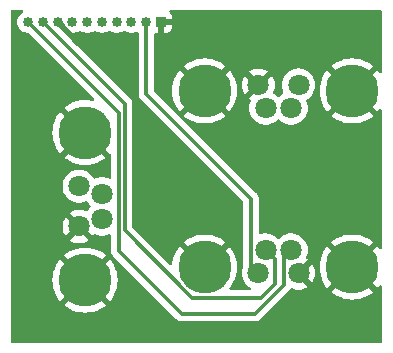
<source format=gbr>
%TF.GenerationSoftware,KiCad,Pcbnew,7.0.8*%
%TF.CreationDate,2023-11-09T12:15:27+01:00*%
%TF.ProjectId,travel_pressure_pcb,74726176-656c-45f7-9072-657373757265,rev?*%
%TF.SameCoordinates,Original*%
%TF.FileFunction,Copper,L1,Top*%
%TF.FilePolarity,Positive*%
%FSLAX46Y46*%
G04 Gerber Fmt 4.6, Leading zero omitted, Abs format (unit mm)*
G04 Created by KiCad (PCBNEW 7.0.8) date 2023-11-09 12:15:27*
%MOMM*%
%LPD*%
G01*
G04 APERTURE LIST*
%TA.AperFunction,ComponentPad*%
%ADD10C,1.800000*%
%TD*%
%TA.AperFunction,ComponentPad*%
%ADD11C,4.500000*%
%TD*%
%TA.AperFunction,ComponentPad*%
%ADD12R,0.850000X0.850000*%
%TD*%
%TA.AperFunction,ComponentPad*%
%ADD13C,0.850000*%
%TD*%
%TA.AperFunction,ViaPad*%
%ADD14C,0.800000*%
%TD*%
%TA.AperFunction,Conductor*%
%ADD15C,0.500000*%
%TD*%
%TA.AperFunction,Conductor*%
%ADD16C,0.300000*%
%TD*%
G04 APERTURE END LIST*
D10*
%TO.P,J2,1,1*%
%TO.N,GND*%
X106254000Y-91040000D03*
%TO.P,J2,2,2*%
%TO.N,TRAVEL_FRONT_SENSOR*%
X108204000Y-90415000D03*
%TO.P,J2,3,3*%
%TO.N,+3.3VA*%
X106254000Y-87640000D03*
%TO.P,J2,4,4*%
%TO.N,TRAVEL_REAR_SENSOR*%
X108204000Y-88265000D03*
D11*
%TO.P,J2,MH1,MH1*%
%TO.N,GND*%
X106754000Y-95590000D03*
%TO.P,J2,MH2,MH2*%
X106754000Y-83090000D03*
%TD*%
D10*
%TO.P,J1,1,1*%
%TO.N,GND*%
X124831000Y-94979000D03*
%TO.P,J1,2,2*%
%TO.N,PRESSURE_FRONT_SENSOR*%
X124206000Y-93029000D03*
%TO.P,J1,3,3*%
%TO.N,+5VA*%
X121431000Y-94979000D03*
%TO.P,J1,4,4*%
%TO.N,PRESSURE_REAR_SENSOR*%
X122056000Y-93029000D03*
D11*
%TO.P,J1,MH1,MH1*%
%TO.N,GND*%
X129381000Y-94479000D03*
%TO.P,J1,MH2,MH2*%
X116881000Y-94479000D03*
%TD*%
D10*
%TO.P,J3,1,1*%
%TO.N,GND*%
X121431000Y-79067000D03*
%TO.P,J3,2,2*%
%TO.N,BRAKE_SENSOR_LEFT*%
X122056000Y-81017000D03*
%TO.P,J3,3,3*%
%TO.N,+3.3VA*%
X124831000Y-79067000D03*
%TO.P,J3,4,4*%
%TO.N,BRAKE_SENSOR_RIGHT*%
X124206000Y-81017000D03*
D11*
%TO.P,J3,MH1,MH1*%
%TO.N,GND*%
X116881000Y-79567000D03*
%TO.P,J3,MH2,MH2*%
X129381000Y-79567000D03*
%TD*%
D12*
%TO.P,J4,1,1*%
%TO.N,GND*%
X113186750Y-73729000D03*
D13*
%TO.P,J4,2,2*%
%TO.N,+5VA*%
X111936750Y-73729000D03*
%TO.P,J4,3,3*%
%TO.N,BRAKE_SENSOR_RIGHT*%
X110686750Y-73729000D03*
%TO.P,J4,4,4*%
%TO.N,BRAKE_SENSOR_LEFT*%
X109436750Y-73729000D03*
%TO.P,J4,5,5*%
%TO.N,TRAVEL_FRONT_SENSOR*%
X108186750Y-73729000D03*
%TO.P,J4,6,6*%
%TO.N,TRAVEL_REAR_SENSOR*%
X106936750Y-73729000D03*
%TO.P,J4,7,7*%
%TO.N,+3.3VA*%
X105686750Y-73729000D03*
%TO.P,J4,8,8*%
%TO.N,GND*%
X104436750Y-73729000D03*
%TO.P,J4,9,9*%
%TO.N,PRESSURE_REAR_SENSOR*%
X103186750Y-73729000D03*
%TO.P,J4,10,10*%
%TO.N,PRESSURE_FRONT_SENSOR*%
X101936750Y-73729000D03*
%TD*%
D14*
%TO.N,GND*%
X110490000Y-75565000D03*
X121920000Y-87122000D03*
X113411000Y-75565000D03*
X116840000Y-87122000D03*
%TD*%
D15*
%TO.N,GND*%
X106272750Y-75565000D02*
X110490000Y-75565000D01*
X104436750Y-73729000D02*
X106272750Y-75565000D01*
D16*
%TO.N,PRESSURE_REAR_SENSOR*%
X110101000Y-80643250D02*
X103186750Y-73729000D01*
X115804044Y-97079000D02*
X110101000Y-91375956D01*
X122809000Y-93782000D02*
X122809000Y-95885000D01*
X121615000Y-97079000D02*
X115804044Y-97079000D01*
X110101000Y-91375956D02*
X110101000Y-80643250D01*
X122809000Y-95885000D02*
X121615000Y-97079000D01*
X122056000Y-93029000D02*
X122809000Y-93782000D01*
%TO.N,+5VA*%
X120806000Y-94354000D02*
X121431000Y-94979000D01*
X111936750Y-73729000D02*
X111936750Y-79805750D01*
X120806000Y-88675000D02*
X120806000Y-94354000D01*
X111936750Y-79805750D02*
X120806000Y-88675000D01*
%TO.N,PRESSURE_FRONT_SENSOR*%
X124206000Y-93029000D02*
X123581000Y-93654000D01*
X109601000Y-81393250D02*
X101936750Y-73729000D01*
X114935000Y-98425000D02*
X109601000Y-93091000D01*
X123581000Y-93654000D02*
X123581000Y-96002000D01*
X109601000Y-93091000D02*
X109601000Y-81393250D01*
X123581000Y-96002000D02*
X121158000Y-98425000D01*
X121158000Y-98425000D02*
X114935000Y-98425000D01*
%TD*%
%TA.AperFunction,Conductor*%
%TO.N,GND*%
G36*
X101475781Y-72711785D02*
G01*
X101521536Y-72764589D01*
X101531480Y-72833747D01*
X101502455Y-72897303D01*
X101476392Y-72918821D01*
X101476709Y-72919258D01*
X101314055Y-73037433D01*
X101314052Y-73037435D01*
X101183879Y-73182009D01*
X101086607Y-73350488D01*
X101086606Y-73350489D01*
X101026488Y-73535516D01*
X101006152Y-73729000D01*
X101026488Y-73922483D01*
X101086606Y-74107510D01*
X101086607Y-74107511D01*
X101141061Y-74201827D01*
X101183880Y-74275992D01*
X101229226Y-74326354D01*
X101314052Y-74420564D01*
X101314055Y-74420566D01*
X101314058Y-74420569D01*
X101384635Y-74471846D01*
X101471452Y-74534923D01*
X101525967Y-74559194D01*
X101649179Y-74614051D01*
X101839476Y-74654500D01*
X101890942Y-74654500D01*
X101957981Y-74674185D01*
X101978623Y-74690819D01*
X107486415Y-80198611D01*
X107519900Y-80259934D01*
X107514916Y-80329626D01*
X107473044Y-80385559D01*
X107407580Y-80409976D01*
X107376382Y-80408261D01*
X107086076Y-80355060D01*
X106754000Y-80334974D01*
X106421923Y-80355060D01*
X106094670Y-80415032D01*
X105777071Y-80513999D01*
X105777056Y-80514005D01*
X105473680Y-80650543D01*
X105473678Y-80650545D01*
X105188968Y-80822657D01*
X105188960Y-80822662D01*
X104993416Y-80975861D01*
X104993416Y-80975862D01*
X105884117Y-81866563D01*
X105829523Y-81902232D01*
X105646632Y-82070596D01*
X105530389Y-82219943D01*
X104639862Y-81329416D01*
X104639861Y-81329416D01*
X104486662Y-81524960D01*
X104486657Y-81524968D01*
X104314545Y-81809678D01*
X104314543Y-81809680D01*
X104178005Y-82113056D01*
X104177999Y-82113071D01*
X104079032Y-82430670D01*
X104019060Y-82757923D01*
X103998974Y-83090000D01*
X104019060Y-83422076D01*
X104079032Y-83749329D01*
X104177999Y-84066928D01*
X104178005Y-84066943D01*
X104314543Y-84370319D01*
X104314545Y-84370321D01*
X104486656Y-84655030D01*
X104639862Y-84850582D01*
X105530389Y-83960055D01*
X105646632Y-84109404D01*
X105829523Y-84277768D01*
X105884116Y-84313435D01*
X104993416Y-85204136D01*
X104993416Y-85204137D01*
X105188969Y-85357343D01*
X105473678Y-85529454D01*
X105473680Y-85529456D01*
X105777056Y-85665994D01*
X105777071Y-85666000D01*
X106094670Y-85764967D01*
X106421923Y-85824939D01*
X106754000Y-85845025D01*
X107086076Y-85824939D01*
X107413329Y-85764967D01*
X107730928Y-85666000D01*
X107730943Y-85665994D01*
X108034319Y-85529456D01*
X108034321Y-85529454D01*
X108319031Y-85357342D01*
X108319039Y-85357336D01*
X108514582Y-85204137D01*
X108514582Y-85204136D01*
X107623882Y-84313435D01*
X107678477Y-84277768D01*
X107861368Y-84109404D01*
X107977610Y-83960056D01*
X108886579Y-84869025D01*
X108887105Y-84869146D01*
X108905549Y-84887995D01*
X108907599Y-84890045D01*
X108907576Y-84890067D01*
X108935971Y-84919085D01*
X108950500Y-84977327D01*
X108950500Y-86868456D01*
X108930815Y-86935495D01*
X108878011Y-86981250D01*
X108808853Y-86991194D01*
X108773481Y-86979498D01*
X108773206Y-86980127D01*
X108768498Y-86978062D01*
X108548984Y-86902702D01*
X108377282Y-86874050D01*
X108320049Y-86864500D01*
X108087951Y-86864500D01*
X108064244Y-86868456D01*
X107859015Y-86902702D01*
X107639501Y-86978062D01*
X107639482Y-86978070D01*
X107632714Y-86981733D01*
X107564385Y-86996323D01*
X107499014Y-86971655D01*
X107469896Y-86940496D01*
X107420245Y-86864500D01*
X107362979Y-86776847D01*
X107205784Y-86606087D01*
X107205779Y-86606083D01*
X107205777Y-86606081D01*
X107022634Y-86463535D01*
X107022628Y-86463531D01*
X106818504Y-86353064D01*
X106818495Y-86353061D01*
X106598984Y-86277702D01*
X106427282Y-86249050D01*
X106370049Y-86239500D01*
X106137951Y-86239500D01*
X106092164Y-86247140D01*
X105909015Y-86277702D01*
X105689504Y-86353061D01*
X105689495Y-86353064D01*
X105485371Y-86463531D01*
X105485365Y-86463535D01*
X105302222Y-86606081D01*
X105302219Y-86606084D01*
X105145016Y-86776852D01*
X105018075Y-86971151D01*
X104924842Y-87183699D01*
X104867866Y-87408691D01*
X104867864Y-87408702D01*
X104848700Y-87639993D01*
X104848700Y-87640006D01*
X104867864Y-87871297D01*
X104867866Y-87871308D01*
X104924842Y-88096300D01*
X105018075Y-88308848D01*
X105145016Y-88503147D01*
X105145019Y-88503151D01*
X105145021Y-88503153D01*
X105302216Y-88673913D01*
X105302219Y-88673915D01*
X105302222Y-88673918D01*
X105485365Y-88816464D01*
X105485371Y-88816468D01*
X105485374Y-88816470D01*
X105689497Y-88926936D01*
X105798926Y-88964503D01*
X105909015Y-89002297D01*
X105909017Y-89002297D01*
X105909019Y-89002298D01*
X106137951Y-89040500D01*
X106137952Y-89040500D01*
X106370048Y-89040500D01*
X106370049Y-89040500D01*
X106598981Y-89002298D01*
X106818503Y-88926936D01*
X106825276Y-88923270D01*
X106893601Y-88908674D01*
X106958974Y-88933335D01*
X106988103Y-88964503D01*
X107095018Y-89128150D01*
X107212728Y-89256018D01*
X107243650Y-89318672D01*
X107235790Y-89388098D01*
X107212728Y-89423982D01*
X107095017Y-89551850D01*
X106987828Y-89715916D01*
X106934682Y-89761272D01*
X106865451Y-89770696D01*
X106825007Y-89757151D01*
X106818311Y-89753527D01*
X106818293Y-89753520D01*
X106598860Y-89678188D01*
X106370007Y-89640000D01*
X106137993Y-89640000D01*
X105909139Y-89678188D01*
X105689706Y-89753520D01*
X105689698Y-89753523D01*
X105485644Y-89863952D01*
X105455200Y-89887646D01*
X105455200Y-89887647D01*
X106006466Y-90438913D01*
X105938371Y-90465874D01*
X105805508Y-90562405D01*
X105700825Y-90688945D01*
X105652368Y-90791921D01*
X105102812Y-90242365D01*
X105018516Y-90371391D01*
X105018514Y-90371395D01*
X104925317Y-90583864D01*
X104868361Y-90808781D01*
X104849202Y-91039994D01*
X104849202Y-91040005D01*
X104868361Y-91271218D01*
X104925317Y-91496135D01*
X105018516Y-91708609D01*
X105102811Y-91837633D01*
X105651452Y-91288993D01*
X105661188Y-91318956D01*
X105749186Y-91457619D01*
X105868903Y-91570040D01*
X106003510Y-91644041D01*
X105455199Y-92192351D01*
X105485650Y-92216050D01*
X105689697Y-92326476D01*
X105689706Y-92326479D01*
X105909139Y-92401811D01*
X106137993Y-92440000D01*
X106370007Y-92440000D01*
X106598860Y-92401811D01*
X106818293Y-92326479D01*
X106818302Y-92326476D01*
X107022350Y-92216050D01*
X107052798Y-92192351D01*
X106501533Y-91641086D01*
X106569629Y-91614126D01*
X106702492Y-91517595D01*
X106807175Y-91391055D01*
X106855631Y-91288079D01*
X107405186Y-91837634D01*
X107469455Y-91739264D01*
X107522602Y-91693908D01*
X107591833Y-91684484D01*
X107632283Y-91698032D01*
X107638042Y-91701149D01*
X107639497Y-91701936D01*
X107748230Y-91739264D01*
X107859015Y-91777297D01*
X107859017Y-91777297D01*
X107859019Y-91777298D01*
X108087951Y-91815500D01*
X108087952Y-91815500D01*
X108320048Y-91815500D01*
X108320049Y-91815500D01*
X108548981Y-91777298D01*
X108768503Y-91701936D01*
X108768517Y-91701928D01*
X108773201Y-91699875D01*
X108773759Y-91701149D01*
X108835802Y-91687892D01*
X108901176Y-91712551D01*
X108942841Y-91768638D01*
X108950500Y-91811543D01*
X108950500Y-93005494D01*
X108948732Y-93021505D01*
X108948974Y-93021528D01*
X108948240Y-93029294D01*
X108950500Y-93101203D01*
X108950500Y-93131920D01*
X108950501Y-93131940D01*
X108951418Y-93139206D01*
X108951876Y-93145024D01*
X108953402Y-93193567D01*
X108953403Y-93193570D01*
X108959323Y-93213948D01*
X108963268Y-93232996D01*
X108965928Y-93254054D01*
X108965931Y-93254064D01*
X108983813Y-93299230D01*
X108985705Y-93304758D01*
X108999254Y-93351395D01*
X108999255Y-93351397D01*
X109010060Y-93369666D01*
X109018617Y-93387134D01*
X109024226Y-93401300D01*
X109026432Y-93406872D01*
X109054983Y-93446170D01*
X109058188Y-93451049D01*
X109082919Y-93492865D01*
X109082923Y-93492869D01*
X109097925Y-93507871D01*
X109110563Y-93522669D01*
X109123033Y-93539833D01*
X109123036Y-93539836D01*
X109123037Y-93539837D01*
X109160476Y-93570809D01*
X109164776Y-93574722D01*
X111803409Y-96213355D01*
X114414564Y-98824510D01*
X114424635Y-98837080D01*
X114424822Y-98836926D01*
X114429796Y-98842937D01*
X114429798Y-98842940D01*
X114449254Y-98861210D01*
X114482243Y-98892190D01*
X114503967Y-98913913D01*
X114509757Y-98918405D01*
X114514197Y-98922197D01*
X114543498Y-98949711D01*
X114549607Y-98955448D01*
X114549609Y-98955449D01*
X114568205Y-98965672D01*
X114584470Y-98976357D01*
X114601232Y-98989360D01*
X114601235Y-98989361D01*
X114601236Y-98989362D01*
X114645823Y-99008656D01*
X114651059Y-99011221D01*
X114693632Y-99034627D01*
X114709340Y-99038659D01*
X114714186Y-99039904D01*
X114732598Y-99046207D01*
X114752073Y-99054635D01*
X114800071Y-99062237D01*
X114805740Y-99063411D01*
X114852823Y-99075500D01*
X114874051Y-99075500D01*
X114893448Y-99077026D01*
X114914403Y-99080345D01*
X114914404Y-99080346D01*
X114914404Y-99080345D01*
X114914405Y-99080346D01*
X114962761Y-99075775D01*
X114968599Y-99075500D01*
X121072495Y-99075500D01*
X121088505Y-99077267D01*
X121088528Y-99077026D01*
X121096289Y-99077758D01*
X121096296Y-99077760D01*
X121168203Y-99075500D01*
X121198925Y-99075500D01*
X121206190Y-99074581D01*
X121212016Y-99074122D01*
X121260569Y-99072597D01*
X121280956Y-99066673D01*
X121299996Y-99062731D01*
X121321058Y-99060071D01*
X121366235Y-99042183D01*
X121371735Y-99040300D01*
X121418398Y-99026744D01*
X121436665Y-99015939D01*
X121454136Y-99007380D01*
X121473871Y-98999568D01*
X121513177Y-98971010D01*
X121518043Y-98967813D01*
X121559865Y-98943081D01*
X121574870Y-98928075D01*
X121589668Y-98915436D01*
X121606837Y-98902963D01*
X121637809Y-98865522D01*
X121641723Y-98861221D01*
X123980513Y-96522431D01*
X123993079Y-96512365D01*
X123992925Y-96512178D01*
X123998937Y-96507204D01*
X123998937Y-96507203D01*
X123998940Y-96507202D01*
X124048190Y-96454755D01*
X124069911Y-96433035D01*
X124074401Y-96427245D01*
X124078183Y-96422815D01*
X124111448Y-96387393D01*
X124121674Y-96368790D01*
X124132353Y-96352533D01*
X124145362Y-96335764D01*
X124145365Y-96335755D01*
X124148954Y-96329689D01*
X124200019Y-96282001D01*
X124268759Y-96269492D01*
X124295954Y-96275520D01*
X124486139Y-96340811D01*
X124714993Y-96379000D01*
X124947007Y-96379000D01*
X125175860Y-96340811D01*
X125395293Y-96265479D01*
X125395302Y-96265476D01*
X125599350Y-96155050D01*
X125629798Y-96131351D01*
X125078533Y-95580086D01*
X125146629Y-95553126D01*
X125279492Y-95456595D01*
X125384175Y-95330055D01*
X125432631Y-95227079D01*
X125982186Y-95776634D01*
X126066484Y-95647606D01*
X126159682Y-95435135D01*
X126216638Y-95210218D01*
X126235798Y-94979005D01*
X126235798Y-94978994D01*
X126216638Y-94747781D01*
X126159682Y-94522864D01*
X126066483Y-94310390D01*
X125982186Y-94181364D01*
X125433546Y-94730004D01*
X125423812Y-94700044D01*
X125335814Y-94561381D01*
X125216097Y-94448960D01*
X125081488Y-94374957D01*
X125629799Y-93826647D01*
X125599347Y-93802947D01*
X125535258Y-93768263D01*
X125485668Y-93719043D01*
X125470561Y-93650827D01*
X125480722Y-93609398D01*
X125497654Y-93570799D01*
X125522229Y-93514773D01*
X125535156Y-93485303D01*
X125543830Y-93451053D01*
X125592134Y-93260305D01*
X125595199Y-93223317D01*
X125611300Y-93029006D01*
X125611300Y-93028993D01*
X125592135Y-92797702D01*
X125592133Y-92797691D01*
X125535157Y-92572699D01*
X125441924Y-92360151D01*
X125314983Y-92165852D01*
X125314980Y-92165849D01*
X125314979Y-92165847D01*
X125157784Y-91995087D01*
X125157779Y-91995083D01*
X125157777Y-91995081D01*
X124974634Y-91852535D01*
X124974628Y-91852531D01*
X124770504Y-91742064D01*
X124770495Y-91742061D01*
X124550984Y-91666702D01*
X124379282Y-91638050D01*
X124322049Y-91628500D01*
X124089951Y-91628500D01*
X124044164Y-91636140D01*
X123861015Y-91666702D01*
X123641504Y-91742061D01*
X123641495Y-91742064D01*
X123437371Y-91852531D01*
X123372523Y-91903005D01*
X123254216Y-91995087D01*
X123254213Y-91995089D01*
X123254212Y-91995091D01*
X123222229Y-92029834D01*
X123162341Y-92065824D01*
X123092503Y-92063723D01*
X123039771Y-92029834D01*
X123036721Y-92026521D01*
X123007784Y-91995087D01*
X122878524Y-91894480D01*
X122824628Y-91852531D01*
X122620504Y-91742064D01*
X122620495Y-91742061D01*
X122400984Y-91666702D01*
X122229282Y-91638050D01*
X122172049Y-91628500D01*
X121939951Y-91628500D01*
X121907246Y-91633957D01*
X121711013Y-91666702D01*
X121620762Y-91697686D01*
X121550964Y-91700836D01*
X121490543Y-91665749D01*
X121458682Y-91603567D01*
X121456500Y-91580405D01*
X121456500Y-88760503D01*
X121458268Y-88744491D01*
X121458026Y-88744469D01*
X121458760Y-88736706D01*
X121456500Y-88664782D01*
X121456500Y-88634078D01*
X121456500Y-88634075D01*
X121455579Y-88626792D01*
X121455123Y-88620987D01*
X121453598Y-88572431D01*
X121447676Y-88552050D01*
X121443731Y-88532995D01*
X121441072Y-88511949D01*
X121441071Y-88511948D01*
X121441071Y-88511942D01*
X121423189Y-88466779D01*
X121421300Y-88461259D01*
X121419044Y-88453494D01*
X121407745Y-88414602D01*
X121407142Y-88413583D01*
X121396936Y-88396324D01*
X121388378Y-88378855D01*
X121380568Y-88359129D01*
X121352006Y-88319818D01*
X121348818Y-88314964D01*
X121324081Y-88273135D01*
X121309075Y-88258129D01*
X121296435Y-88243330D01*
X121283961Y-88226160D01*
X121246528Y-88195194D01*
X121242206Y-88191260D01*
X112623569Y-79572623D01*
X112620499Y-79567000D01*
X114125974Y-79567000D01*
X114146060Y-79899076D01*
X114206032Y-80226329D01*
X114304999Y-80543928D01*
X114305005Y-80543943D01*
X114441543Y-80847319D01*
X114441545Y-80847321D01*
X114613656Y-81132030D01*
X114766862Y-81327582D01*
X115657389Y-80437055D01*
X115773632Y-80586404D01*
X115956523Y-80754768D01*
X116011116Y-80790435D01*
X115120416Y-81681136D01*
X115120416Y-81681137D01*
X115315969Y-81834343D01*
X115600678Y-82006454D01*
X115600680Y-82006456D01*
X115904056Y-82142994D01*
X115904071Y-82143000D01*
X116221670Y-82241967D01*
X116548923Y-82301939D01*
X116881000Y-82322025D01*
X117213076Y-82301939D01*
X117540329Y-82241967D01*
X117857928Y-82143000D01*
X117857943Y-82142994D01*
X118161319Y-82006456D01*
X118161321Y-82006454D01*
X118446031Y-81834342D01*
X118446039Y-81834336D01*
X118641582Y-81681137D01*
X118641582Y-81681136D01*
X117750882Y-80790435D01*
X117805477Y-80754768D01*
X117988368Y-80586404D01*
X118104610Y-80437056D01*
X118995136Y-81327582D01*
X118995137Y-81327582D01*
X119148336Y-81132039D01*
X119148342Y-81132031D01*
X119320454Y-80847321D01*
X119320456Y-80847319D01*
X119456994Y-80543943D01*
X119457000Y-80543928D01*
X119555967Y-80226329D01*
X119615939Y-79899076D01*
X119636025Y-79567000D01*
X119615939Y-79234923D01*
X119585167Y-79067005D01*
X120026202Y-79067005D01*
X120045361Y-79298218D01*
X120102317Y-79523135D01*
X120195516Y-79735609D01*
X120279811Y-79864633D01*
X120828452Y-79315993D01*
X120838188Y-79345956D01*
X120926186Y-79484619D01*
X121045903Y-79597040D01*
X121180510Y-79671041D01*
X120632199Y-80219351D01*
X120662652Y-80243052D01*
X120662656Y-80243055D01*
X120726740Y-80277736D01*
X120776330Y-80326955D01*
X120791438Y-80395172D01*
X120781278Y-80436600D01*
X120726842Y-80560699D01*
X120669866Y-80785691D01*
X120669864Y-80785702D01*
X120650700Y-81016993D01*
X120650700Y-81017006D01*
X120669864Y-81248297D01*
X120669866Y-81248308D01*
X120726842Y-81473300D01*
X120820075Y-81685848D01*
X120947016Y-81880147D01*
X120947019Y-81880151D01*
X120947021Y-81880153D01*
X121104216Y-82050913D01*
X121104219Y-82050915D01*
X121104222Y-82050918D01*
X121287365Y-82193464D01*
X121287371Y-82193468D01*
X121287374Y-82193470D01*
X121491497Y-82303936D01*
X121605487Y-82343068D01*
X121711015Y-82379297D01*
X121711017Y-82379297D01*
X121711019Y-82379298D01*
X121939951Y-82417500D01*
X121939952Y-82417500D01*
X122172048Y-82417500D01*
X122172049Y-82417500D01*
X122400981Y-82379298D01*
X122620503Y-82303936D01*
X122824626Y-82193470D01*
X123007784Y-82050913D01*
X123039771Y-82016165D01*
X123099657Y-81980176D01*
X123169495Y-81982276D01*
X123222228Y-82016164D01*
X123254216Y-82050913D01*
X123254219Y-82050915D01*
X123254222Y-82050918D01*
X123437365Y-82193464D01*
X123437371Y-82193468D01*
X123437374Y-82193470D01*
X123641497Y-82303936D01*
X123755487Y-82343068D01*
X123861015Y-82379297D01*
X123861017Y-82379297D01*
X123861019Y-82379298D01*
X124089951Y-82417500D01*
X124089952Y-82417500D01*
X124322048Y-82417500D01*
X124322049Y-82417500D01*
X124550981Y-82379298D01*
X124770503Y-82303936D01*
X124974626Y-82193470D01*
X125157784Y-82050913D01*
X125314979Y-81880153D01*
X125441924Y-81685849D01*
X125535157Y-81473300D01*
X125592134Y-81248305D01*
X125596596Y-81194459D01*
X125611300Y-81017006D01*
X125611300Y-81016993D01*
X125592135Y-80785702D01*
X125592133Y-80785691D01*
X125574247Y-80715063D01*
X125535157Y-80560700D01*
X125480921Y-80437056D01*
X125472019Y-80367759D01*
X125501996Y-80304646D01*
X125535455Y-80278197D01*
X125599626Y-80243470D01*
X125602303Y-80241387D01*
X125704831Y-80161586D01*
X125782784Y-80100913D01*
X125939979Y-79930153D01*
X126066924Y-79735849D01*
X126160157Y-79523300D01*
X126217134Y-79298305D01*
X126217135Y-79298297D01*
X126236300Y-79067006D01*
X126236300Y-79066993D01*
X126217135Y-78835702D01*
X126217133Y-78835691D01*
X126160157Y-78610699D01*
X126066924Y-78398151D01*
X125939983Y-78203852D01*
X125939980Y-78203849D01*
X125939979Y-78203847D01*
X125782784Y-78033087D01*
X125782779Y-78033083D01*
X125782777Y-78033081D01*
X125599634Y-77890535D01*
X125599628Y-77890531D01*
X125395504Y-77780064D01*
X125395495Y-77780061D01*
X125175984Y-77704702D01*
X125004282Y-77676050D01*
X124947049Y-77666500D01*
X124714951Y-77666500D01*
X124669164Y-77674140D01*
X124486015Y-77704702D01*
X124266504Y-77780061D01*
X124266495Y-77780064D01*
X124062371Y-77890531D01*
X124062365Y-77890535D01*
X123879222Y-78033081D01*
X123879219Y-78033084D01*
X123722016Y-78203852D01*
X123595075Y-78398151D01*
X123501842Y-78610699D01*
X123444866Y-78835691D01*
X123444864Y-78835702D01*
X123425700Y-79066993D01*
X123425700Y-79067006D01*
X123444864Y-79298297D01*
X123444866Y-79298308D01*
X123501842Y-79523300D01*
X123556076Y-79646940D01*
X123564979Y-79716240D01*
X123535002Y-79779352D01*
X123501539Y-79805804D01*
X123437376Y-79840528D01*
X123437371Y-79840531D01*
X123322226Y-79930153D01*
X123254216Y-79983087D01*
X123254213Y-79983089D01*
X123254212Y-79983091D01*
X123222229Y-80017834D01*
X123162341Y-80053824D01*
X123092503Y-80051723D01*
X123039771Y-80017834D01*
X123036223Y-80013980D01*
X123007784Y-79983087D01*
X122841876Y-79853956D01*
X122824628Y-79840531D01*
X122824619Y-79840525D01*
X122760019Y-79805565D01*
X122710428Y-79756346D01*
X122695321Y-79688129D01*
X122705481Y-79646700D01*
X122759683Y-79523132D01*
X122816638Y-79298218D01*
X122835798Y-79067005D01*
X122835798Y-79066994D01*
X122816638Y-78835781D01*
X122759682Y-78610864D01*
X122666483Y-78398390D01*
X122582186Y-78269364D01*
X122033546Y-78818004D01*
X122023812Y-78788044D01*
X121935814Y-78649381D01*
X121816097Y-78536960D01*
X121681489Y-78462958D01*
X122229799Y-77914648D01*
X122229799Y-77914647D01*
X122199349Y-77890949D01*
X121995302Y-77780523D01*
X121995293Y-77780520D01*
X121775860Y-77705188D01*
X121547007Y-77667000D01*
X121314993Y-77667000D01*
X121086139Y-77705188D01*
X120866706Y-77780520D01*
X120866698Y-77780523D01*
X120662644Y-77890952D01*
X120632200Y-77914646D01*
X120632200Y-77914647D01*
X121183466Y-78465913D01*
X121115371Y-78492874D01*
X120982508Y-78589405D01*
X120877825Y-78715945D01*
X120829368Y-78818921D01*
X120279812Y-78269365D01*
X120195516Y-78398391D01*
X120195514Y-78398395D01*
X120102317Y-78610864D01*
X120045361Y-78835781D01*
X120026202Y-79066994D01*
X120026202Y-79067005D01*
X119585167Y-79067005D01*
X119555967Y-78907670D01*
X119457000Y-78590071D01*
X119456994Y-78590056D01*
X119320456Y-78286680D01*
X119320454Y-78286678D01*
X119148343Y-78001969D01*
X118995136Y-77806416D01*
X118104609Y-78696942D01*
X117988368Y-78547596D01*
X117805477Y-78379232D01*
X117750882Y-78343563D01*
X118641582Y-77452862D01*
X118641582Y-77452861D01*
X118446030Y-77299656D01*
X118161321Y-77127545D01*
X118161319Y-77127543D01*
X117857943Y-76991005D01*
X117857928Y-76990999D01*
X117540329Y-76892032D01*
X117213076Y-76832060D01*
X116881000Y-76811974D01*
X116548923Y-76832060D01*
X116221670Y-76892032D01*
X115904071Y-76990999D01*
X115904056Y-76991005D01*
X115600680Y-77127543D01*
X115600678Y-77127545D01*
X115315968Y-77299657D01*
X115315960Y-77299662D01*
X115120416Y-77452861D01*
X115120416Y-77452862D01*
X116011117Y-78343563D01*
X115956523Y-78379232D01*
X115773632Y-78547596D01*
X115657389Y-78696943D01*
X114766862Y-77806416D01*
X114766861Y-77806416D01*
X114613662Y-78001960D01*
X114613657Y-78001968D01*
X114441545Y-78286678D01*
X114441543Y-78286680D01*
X114305005Y-78590056D01*
X114304999Y-78590071D01*
X114206032Y-78907670D01*
X114146060Y-79234923D01*
X114125974Y-79567000D01*
X112620499Y-79567000D01*
X112590084Y-79511300D01*
X112587250Y-79484942D01*
X112587250Y-74778000D01*
X112606935Y-74710961D01*
X112659739Y-74665206D01*
X112711250Y-74654000D01*
X112936750Y-74654000D01*
X112936750Y-73753623D01*
X112951255Y-73826545D01*
X113006510Y-73909240D01*
X113089205Y-73964495D01*
X113162126Y-73979000D01*
X113211374Y-73979000D01*
X113436750Y-73979000D01*
X113436750Y-74654000D01*
X113659578Y-74654000D01*
X113659594Y-74653999D01*
X113719122Y-74647598D01*
X113719129Y-74647596D01*
X113853836Y-74597354D01*
X113853843Y-74597350D01*
X113968937Y-74511190D01*
X113968940Y-74511187D01*
X114055100Y-74396093D01*
X114055104Y-74396086D01*
X114105346Y-74261379D01*
X114105348Y-74261372D01*
X114111749Y-74201844D01*
X114111750Y-74201827D01*
X114111750Y-73979000D01*
X113436750Y-73979000D01*
X113211374Y-73979000D01*
X113284295Y-73964495D01*
X113366990Y-73909240D01*
X113422245Y-73826545D01*
X113441648Y-73729000D01*
X113422245Y-73631455D01*
X113366990Y-73548760D01*
X113284295Y-73493505D01*
X113211374Y-73479000D01*
X114111750Y-73479000D01*
X114111750Y-73256172D01*
X114111749Y-73256155D01*
X114105348Y-73196627D01*
X114105346Y-73196620D01*
X114055104Y-73061913D01*
X114055100Y-73061906D01*
X113968940Y-72946812D01*
X113926934Y-72915366D01*
X113885064Y-72859432D01*
X113880080Y-72789740D01*
X113913566Y-72728418D01*
X113974889Y-72694933D01*
X114001246Y-72692100D01*
X131755500Y-72692100D01*
X131822539Y-72711785D01*
X131868294Y-72764589D01*
X131879500Y-72816100D01*
X131879500Y-77939538D01*
X131859815Y-78006577D01*
X131807011Y-78052332D01*
X131737853Y-78062276D01*
X131674297Y-78033251D01*
X131650512Y-78005030D01*
X131650475Y-78005057D01*
X131650203Y-78004663D01*
X131649388Y-78003696D01*
X131648347Y-78001975D01*
X131648343Y-78001969D01*
X131495136Y-77806416D01*
X130604609Y-78696942D01*
X130488368Y-78547596D01*
X130305477Y-78379232D01*
X130250882Y-78343563D01*
X131141582Y-77452862D01*
X131141582Y-77452861D01*
X130946030Y-77299656D01*
X130661321Y-77127545D01*
X130661319Y-77127543D01*
X130357943Y-76991005D01*
X130357928Y-76990999D01*
X130040329Y-76892032D01*
X129713076Y-76832060D01*
X129381000Y-76811974D01*
X129048923Y-76832060D01*
X128721670Y-76892032D01*
X128404071Y-76990999D01*
X128404056Y-76991005D01*
X128100680Y-77127543D01*
X128100678Y-77127545D01*
X127815968Y-77299657D01*
X127815960Y-77299662D01*
X127620416Y-77452861D01*
X127620416Y-77452862D01*
X128511117Y-78343563D01*
X128456523Y-78379232D01*
X128273632Y-78547596D01*
X128157389Y-78696943D01*
X127266862Y-77806416D01*
X127266861Y-77806416D01*
X127113662Y-78001960D01*
X127113657Y-78001968D01*
X126941545Y-78286678D01*
X126941543Y-78286680D01*
X126805005Y-78590056D01*
X126804999Y-78590071D01*
X126706032Y-78907670D01*
X126646060Y-79234923D01*
X126625974Y-79567000D01*
X126646060Y-79899076D01*
X126706032Y-80226329D01*
X126804999Y-80543928D01*
X126805005Y-80543943D01*
X126941543Y-80847319D01*
X126941545Y-80847321D01*
X127113656Y-81132030D01*
X127266862Y-81327582D01*
X128157389Y-80437055D01*
X128273632Y-80586404D01*
X128456523Y-80754768D01*
X128511116Y-80790435D01*
X127620416Y-81681136D01*
X127620416Y-81681137D01*
X127815969Y-81834343D01*
X128100678Y-82006454D01*
X128100680Y-82006456D01*
X128404056Y-82142994D01*
X128404071Y-82143000D01*
X128721670Y-82241967D01*
X129048923Y-82301939D01*
X129381000Y-82322025D01*
X129713076Y-82301939D01*
X130040329Y-82241967D01*
X130357928Y-82143000D01*
X130357943Y-82142994D01*
X130661319Y-82006456D01*
X130661321Y-82006454D01*
X130946031Y-81834342D01*
X130946039Y-81834336D01*
X131141582Y-81681137D01*
X131141582Y-81681136D01*
X130250882Y-80790435D01*
X130305477Y-80754768D01*
X130488368Y-80586404D01*
X130604610Y-80437056D01*
X131495136Y-81327582D01*
X131495137Y-81327582D01*
X131648336Y-81132039D01*
X131648340Y-81132033D01*
X131649380Y-81130314D01*
X131649780Y-81129947D01*
X131650466Y-81128954D01*
X131650693Y-81129111D01*
X131700906Y-81083124D01*
X131769765Y-81071282D01*
X131834095Y-81098548D01*
X131873471Y-81156265D01*
X131879500Y-81194459D01*
X131879500Y-92851538D01*
X131859815Y-92918577D01*
X131807011Y-92964332D01*
X131737853Y-92974276D01*
X131674297Y-92945251D01*
X131650512Y-92917030D01*
X131650475Y-92917057D01*
X131650203Y-92916663D01*
X131649388Y-92915696D01*
X131648347Y-92913975D01*
X131648343Y-92913969D01*
X131495136Y-92718416D01*
X130604609Y-93608942D01*
X130488368Y-93459596D01*
X130305477Y-93291232D01*
X130250882Y-93255563D01*
X131141582Y-92364862D01*
X131141582Y-92364861D01*
X130946030Y-92211656D01*
X130661321Y-92039545D01*
X130661319Y-92039543D01*
X130357943Y-91903005D01*
X130357928Y-91902999D01*
X130040329Y-91804032D01*
X129713076Y-91744060D01*
X129381000Y-91723974D01*
X129048923Y-91744060D01*
X128721670Y-91804032D01*
X128404071Y-91902999D01*
X128404056Y-91903005D01*
X128100680Y-92039543D01*
X128100678Y-92039545D01*
X127815968Y-92211657D01*
X127815960Y-92211662D01*
X127620416Y-92364861D01*
X127620416Y-92364862D01*
X128511117Y-93255563D01*
X128456523Y-93291232D01*
X128273632Y-93459596D01*
X128157389Y-93608943D01*
X127266862Y-92718416D01*
X127266861Y-92718416D01*
X127113662Y-92913960D01*
X127113657Y-92913968D01*
X126941545Y-93198678D01*
X126941543Y-93198680D01*
X126805005Y-93502056D01*
X126804999Y-93502071D01*
X126706032Y-93819670D01*
X126646060Y-94146923D01*
X126625974Y-94479000D01*
X126646060Y-94811076D01*
X126706032Y-95138329D01*
X126804999Y-95455928D01*
X126805005Y-95455943D01*
X126941543Y-95759319D01*
X126941545Y-95759321D01*
X127113656Y-96044030D01*
X127266862Y-96239582D01*
X128157389Y-95349055D01*
X128273632Y-95498404D01*
X128456523Y-95666768D01*
X128511116Y-95702435D01*
X127620416Y-96593136D01*
X127620416Y-96593137D01*
X127815969Y-96746343D01*
X128100678Y-96918454D01*
X128100680Y-96918456D01*
X128404056Y-97054994D01*
X128404071Y-97055000D01*
X128721670Y-97153967D01*
X129048923Y-97213939D01*
X129381000Y-97234025D01*
X129713076Y-97213939D01*
X130040329Y-97153967D01*
X130357928Y-97055000D01*
X130357943Y-97054994D01*
X130661319Y-96918456D01*
X130661321Y-96918454D01*
X130946031Y-96746342D01*
X130946039Y-96746336D01*
X131141582Y-96593137D01*
X131141582Y-96593136D01*
X130250882Y-95702435D01*
X130305477Y-95666768D01*
X130488368Y-95498404D01*
X130604610Y-95349056D01*
X131495136Y-96239582D01*
X131495137Y-96239582D01*
X131648336Y-96044039D01*
X131648340Y-96044033D01*
X131649380Y-96042314D01*
X131649780Y-96041947D01*
X131650466Y-96040954D01*
X131650693Y-96041111D01*
X131700906Y-95995124D01*
X131769765Y-95983282D01*
X131834095Y-96010548D01*
X131873471Y-96068265D01*
X131879500Y-96106459D01*
X131879500Y-100767500D01*
X131859815Y-100834539D01*
X131807011Y-100880294D01*
X131755500Y-100891500D01*
X100622500Y-100891500D01*
X100555461Y-100871815D01*
X100509706Y-100819011D01*
X100498500Y-100767500D01*
X100498500Y-95590000D01*
X103998974Y-95590000D01*
X104019060Y-95922076D01*
X104079032Y-96249329D01*
X104177999Y-96566928D01*
X104178005Y-96566943D01*
X104314543Y-96870319D01*
X104314545Y-96870321D01*
X104486656Y-97155030D01*
X104639862Y-97350582D01*
X105530389Y-96460055D01*
X105646632Y-96609404D01*
X105829523Y-96777768D01*
X105884116Y-96813435D01*
X104993416Y-97704136D01*
X104993416Y-97704137D01*
X105188969Y-97857343D01*
X105473678Y-98029454D01*
X105473680Y-98029456D01*
X105777056Y-98165994D01*
X105777071Y-98166000D01*
X106094670Y-98264967D01*
X106421923Y-98324939D01*
X106754000Y-98345025D01*
X107086076Y-98324939D01*
X107413329Y-98264967D01*
X107730928Y-98166000D01*
X107730943Y-98165994D01*
X108034319Y-98029456D01*
X108034321Y-98029454D01*
X108319031Y-97857342D01*
X108319039Y-97857336D01*
X108514582Y-97704137D01*
X108514582Y-97704136D01*
X107623882Y-96813435D01*
X107678477Y-96777768D01*
X107861368Y-96609404D01*
X107977610Y-96460056D01*
X108868136Y-97350582D01*
X108868137Y-97350582D01*
X109021336Y-97155039D01*
X109021342Y-97155031D01*
X109193454Y-96870321D01*
X109193456Y-96870319D01*
X109329994Y-96566943D01*
X109330000Y-96566928D01*
X109428967Y-96249329D01*
X109488939Y-95922076D01*
X109509025Y-95590000D01*
X109488939Y-95257923D01*
X109428967Y-94930670D01*
X109330000Y-94613071D01*
X109329994Y-94613056D01*
X109193456Y-94309680D01*
X109193454Y-94309678D01*
X109021343Y-94024969D01*
X108868136Y-93829416D01*
X107977609Y-94719942D01*
X107861368Y-94570596D01*
X107678477Y-94402232D01*
X107623882Y-94366563D01*
X108514582Y-93475862D01*
X108514582Y-93475861D01*
X108319030Y-93322656D01*
X108034321Y-93150545D01*
X108034319Y-93150543D01*
X107730943Y-93014005D01*
X107730928Y-93013999D01*
X107413329Y-92915032D01*
X107086076Y-92855060D01*
X106754000Y-92834974D01*
X106421923Y-92855060D01*
X106094670Y-92915032D01*
X105777071Y-93013999D01*
X105777056Y-93014005D01*
X105473680Y-93150543D01*
X105473678Y-93150545D01*
X105188968Y-93322657D01*
X105188960Y-93322662D01*
X104993416Y-93475861D01*
X104993416Y-93475862D01*
X105884117Y-94366563D01*
X105829523Y-94402232D01*
X105646632Y-94570596D01*
X105530389Y-94719943D01*
X104639862Y-93829416D01*
X104639861Y-93829416D01*
X104486662Y-94024960D01*
X104486657Y-94024968D01*
X104314545Y-94309678D01*
X104314543Y-94309680D01*
X104178005Y-94613056D01*
X104177999Y-94613071D01*
X104079032Y-94930670D01*
X104019060Y-95257923D01*
X103998974Y-95590000D01*
X100498500Y-95590000D01*
X100498500Y-72816100D01*
X100518185Y-72749061D01*
X100570989Y-72703306D01*
X100622500Y-72692100D01*
X101408742Y-72692100D01*
X101475781Y-72711785D01*
G37*
%TD.AperFunction*%
%TA.AperFunction,Conductor*%
G36*
X110122724Y-74464191D02*
G01*
X110134623Y-74471837D01*
X110188783Y-74511187D01*
X110221452Y-74534923D01*
X110275967Y-74559194D01*
X110399179Y-74614051D01*
X110589476Y-74654500D01*
X110784024Y-74654500D01*
X110974321Y-74614051D01*
X111111815Y-74552834D01*
X111181065Y-74543551D01*
X111244342Y-74573180D01*
X111281554Y-74632315D01*
X111286250Y-74666115D01*
X111286250Y-79720244D01*
X111284482Y-79736255D01*
X111284724Y-79736278D01*
X111283990Y-79744044D01*
X111286250Y-79815953D01*
X111286250Y-79846670D01*
X111286251Y-79846690D01*
X111287168Y-79853956D01*
X111287626Y-79859774D01*
X111289152Y-79908317D01*
X111289153Y-79908320D01*
X111295073Y-79928698D01*
X111299018Y-79947746D01*
X111301678Y-79968804D01*
X111301681Y-79968814D01*
X111319563Y-80013980D01*
X111321455Y-80019508D01*
X111335004Y-80066145D01*
X111335005Y-80066147D01*
X111345810Y-80084416D01*
X111354367Y-80101884D01*
X111359976Y-80116050D01*
X111362182Y-80121622D01*
X111390733Y-80160920D01*
X111393938Y-80165799D01*
X111418669Y-80207615D01*
X111418673Y-80207619D01*
X111433675Y-80222621D01*
X111446313Y-80237419D01*
X111458783Y-80254583D01*
X111458786Y-80254586D01*
X111458787Y-80254587D01*
X111496226Y-80285559D01*
X111500526Y-80289472D01*
X115866084Y-84655030D01*
X120119181Y-88908127D01*
X120152666Y-88969450D01*
X120155500Y-88995808D01*
X120155500Y-94268494D01*
X120153732Y-94284505D01*
X120153974Y-94284528D01*
X120153240Y-94292294D01*
X120155500Y-94364203D01*
X120155500Y-94374373D01*
X120145056Y-94424182D01*
X120101844Y-94522697D01*
X120101842Y-94522701D01*
X120044866Y-94747691D01*
X120044864Y-94747702D01*
X120025700Y-94978993D01*
X120025700Y-94979006D01*
X120044864Y-95210297D01*
X120044866Y-95210308D01*
X120101842Y-95435300D01*
X120195075Y-95647848D01*
X120322016Y-95842147D01*
X120322019Y-95842151D01*
X120322021Y-95842153D01*
X120479216Y-96012913D01*
X120479219Y-96012915D01*
X120479222Y-96012918D01*
X120662365Y-96155464D01*
X120662376Y-96155471D01*
X120736241Y-96195445D01*
X120785832Y-96244665D01*
X120800940Y-96312881D01*
X120776770Y-96378437D01*
X120720994Y-96420518D01*
X120677224Y-96428500D01*
X119101803Y-96428500D01*
X119034764Y-96408815D01*
X118989009Y-96356011D01*
X118979065Y-96286853D01*
X119004192Y-96228027D01*
X119148337Y-96044039D01*
X119148342Y-96044031D01*
X119320454Y-95759321D01*
X119320456Y-95759319D01*
X119456994Y-95455943D01*
X119457000Y-95455928D01*
X119555967Y-95138329D01*
X119615939Y-94811076D01*
X119636025Y-94479000D01*
X119615939Y-94146923D01*
X119555967Y-93819670D01*
X119457000Y-93502071D01*
X119456994Y-93502056D01*
X119320456Y-93198680D01*
X119320454Y-93198678D01*
X119148343Y-92913969D01*
X118995136Y-92718416D01*
X118104609Y-93608942D01*
X117988368Y-93459596D01*
X117805477Y-93291232D01*
X117750882Y-93255563D01*
X118641582Y-92364862D01*
X118641582Y-92364861D01*
X118446030Y-92211656D01*
X118161321Y-92039545D01*
X118161319Y-92039543D01*
X117857943Y-91903005D01*
X117857928Y-91902999D01*
X117540329Y-91804032D01*
X117213076Y-91744060D01*
X116881000Y-91723974D01*
X116548923Y-91744060D01*
X116221670Y-91804032D01*
X115904071Y-91902999D01*
X115904056Y-91903005D01*
X115600680Y-92039543D01*
X115600678Y-92039545D01*
X115315968Y-92211657D01*
X115315960Y-92211662D01*
X115120416Y-92364861D01*
X115120416Y-92364862D01*
X116011117Y-93255563D01*
X115956523Y-93291232D01*
X115773632Y-93459596D01*
X115657389Y-93608943D01*
X114766862Y-92718416D01*
X114766861Y-92718416D01*
X114613662Y-92913960D01*
X114613657Y-92913968D01*
X114441545Y-93198678D01*
X114441543Y-93198680D01*
X114305005Y-93502056D01*
X114304999Y-93502071D01*
X114206032Y-93819670D01*
X114146060Y-94146923D01*
X114142495Y-94205857D01*
X114118798Y-94271586D01*
X114063327Y-94314068D01*
X113993694Y-94319817D01*
X113932007Y-94287007D01*
X113931040Y-94286050D01*
X110787819Y-91142829D01*
X110754334Y-91081506D01*
X110751500Y-91055148D01*
X110751500Y-80728751D01*
X110753268Y-80712738D01*
X110753026Y-80712716D01*
X110753758Y-80704960D01*
X110753760Y-80704953D01*
X110751500Y-80633046D01*
X110751500Y-80602325D01*
X110750579Y-80595038D01*
X110750122Y-80589229D01*
X110750033Y-80586404D01*
X110748597Y-80540681D01*
X110742676Y-80520303D01*
X110738731Y-80501254D01*
X110736071Y-80480192D01*
X110718186Y-80435021D01*
X110716298Y-80429504D01*
X110709089Y-80404694D01*
X110702744Y-80382851D01*
X110691939Y-80364582D01*
X110683379Y-80347108D01*
X110678575Y-80334974D01*
X110675568Y-80327379D01*
X110647014Y-80288078D01*
X110643810Y-80283200D01*
X110640848Y-80278192D01*
X110619081Y-80241385D01*
X110604075Y-80226379D01*
X110591435Y-80211580D01*
X110588557Y-80207619D01*
X110578963Y-80194413D01*
X110578961Y-80194410D01*
X110541528Y-80163444D01*
X110537206Y-80159510D01*
X105137851Y-74760155D01*
X105104366Y-74698832D01*
X105109350Y-74629140D01*
X105151222Y-74573207D01*
X105216686Y-74548790D01*
X105275967Y-74559194D01*
X105399179Y-74614051D01*
X105589476Y-74654500D01*
X105784024Y-74654500D01*
X105974321Y-74614051D01*
X106152049Y-74534922D01*
X106238866Y-74471844D01*
X106304670Y-74448366D01*
X106372724Y-74464191D01*
X106384623Y-74471837D01*
X106438783Y-74511187D01*
X106471452Y-74534923D01*
X106525967Y-74559194D01*
X106649179Y-74614051D01*
X106839476Y-74654500D01*
X107034024Y-74654500D01*
X107224321Y-74614051D01*
X107402049Y-74534922D01*
X107488866Y-74471844D01*
X107554670Y-74448366D01*
X107622724Y-74464191D01*
X107634623Y-74471837D01*
X107688783Y-74511187D01*
X107721452Y-74534923D01*
X107775967Y-74559194D01*
X107899179Y-74614051D01*
X108089476Y-74654500D01*
X108284024Y-74654500D01*
X108474321Y-74614051D01*
X108652049Y-74534922D01*
X108738866Y-74471844D01*
X108804670Y-74448366D01*
X108872724Y-74464191D01*
X108884623Y-74471837D01*
X108938783Y-74511187D01*
X108971452Y-74534923D01*
X109025967Y-74559194D01*
X109149179Y-74614051D01*
X109339476Y-74654500D01*
X109534024Y-74654500D01*
X109724321Y-74614051D01*
X109902049Y-74534922D01*
X109988866Y-74471844D01*
X110054670Y-74448366D01*
X110122724Y-74464191D01*
G37*
%TD.AperFunction*%
%TA.AperFunction,Conductor*%
G36*
X113089205Y-73493505D02*
G01*
X113006510Y-73548760D01*
X112951255Y-73631455D01*
X112936750Y-73704376D01*
X112936750Y-73603000D01*
X112956435Y-73535961D01*
X113009239Y-73490206D01*
X113060750Y-73479000D01*
X113162126Y-73479000D01*
X113089205Y-73493505D01*
G37*
%TD.AperFunction*%
%TD*%
M02*

</source>
